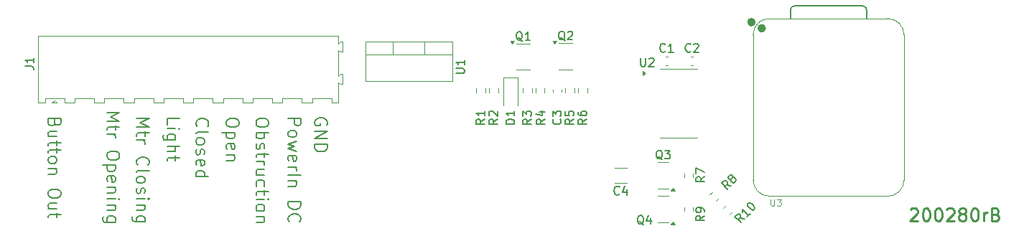
<source format=gbr>
%TF.GenerationSoftware,KiCad,Pcbnew,8.0.3*%
%TF.CreationDate,2025-03-09T15:38:32-04:00*%
%TF.ProjectId,200280rB,32303032-3830-4724-922e-6b696361645f,rev?*%
%TF.SameCoordinates,PX3473bc0PY5f5e100*%
%TF.FileFunction,Legend,Top*%
%TF.FilePolarity,Positive*%
%FSLAX46Y46*%
G04 Gerber Fmt 4.6, Leading zero omitted, Abs format (unit mm)*
G04 Created by KiCad (PCBNEW 8.0.3) date 2025-03-09 15:38:32*
%MOMM*%
%LPD*%
G01*
G04 APERTURE LIST*
%ADD10C,0.200000*%
%ADD11C,0.250000*%
%ADD12C,0.150000*%
%ADD13C,0.106680*%
%ADD14C,0.120000*%
%ADD15C,0.100000*%
%ADD16C,0.127000*%
%ADD17C,0.504000*%
G04 APERTURE END LIST*
D10*
X44322542Y12425565D02*
X44393971Y12568422D01*
X44393971Y12568422D02*
X44393971Y12782708D01*
X44393971Y12782708D02*
X44322542Y12996994D01*
X44322542Y12996994D02*
X44179685Y13139851D01*
X44179685Y13139851D02*
X44036828Y13211280D01*
X44036828Y13211280D02*
X43751114Y13282708D01*
X43751114Y13282708D02*
X43536828Y13282708D01*
X43536828Y13282708D02*
X43251114Y13211280D01*
X43251114Y13211280D02*
X43108257Y13139851D01*
X43108257Y13139851D02*
X42965400Y12996994D01*
X42965400Y12996994D02*
X42893971Y12782708D01*
X42893971Y12782708D02*
X42893971Y12639851D01*
X42893971Y12639851D02*
X42965400Y12425565D01*
X42965400Y12425565D02*
X43036828Y12354137D01*
X43036828Y12354137D02*
X43536828Y12354137D01*
X43536828Y12354137D02*
X43536828Y12639851D01*
X42893971Y11711280D02*
X44393971Y11711280D01*
X44393971Y11711280D02*
X42893971Y10854137D01*
X42893971Y10854137D02*
X44393971Y10854137D01*
X42893971Y10139851D02*
X44393971Y10139851D01*
X44393971Y10139851D02*
X44393971Y9782708D01*
X44393971Y9782708D02*
X44322542Y9568422D01*
X44322542Y9568422D02*
X44179685Y9425565D01*
X44179685Y9425565D02*
X44036828Y9354136D01*
X44036828Y9354136D02*
X43751114Y9282708D01*
X43751114Y9282708D02*
X43536828Y9282708D01*
X43536828Y9282708D02*
X43251114Y9354136D01*
X43251114Y9354136D02*
X43108257Y9425565D01*
X43108257Y9425565D02*
X42965400Y9568422D01*
X42965400Y9568422D02*
X42893971Y9782708D01*
X42893971Y9782708D02*
X42893971Y10139851D01*
X37493971Y12825565D02*
X37493971Y12539851D01*
X37493971Y12539851D02*
X37422542Y12396994D01*
X37422542Y12396994D02*
X37279685Y12254137D01*
X37279685Y12254137D02*
X36993971Y12182708D01*
X36993971Y12182708D02*
X36493971Y12182708D01*
X36493971Y12182708D02*
X36208257Y12254137D01*
X36208257Y12254137D02*
X36065400Y12396994D01*
X36065400Y12396994D02*
X35993971Y12539851D01*
X35993971Y12539851D02*
X35993971Y12825565D01*
X35993971Y12825565D02*
X36065400Y12968422D01*
X36065400Y12968422D02*
X36208257Y13111280D01*
X36208257Y13111280D02*
X36493971Y13182708D01*
X36493971Y13182708D02*
X36993971Y13182708D01*
X36993971Y13182708D02*
X37279685Y13111280D01*
X37279685Y13111280D02*
X37422542Y12968422D01*
X37422542Y12968422D02*
X37493971Y12825565D01*
X35993971Y11539851D02*
X37493971Y11539851D01*
X36922542Y11539851D02*
X36993971Y11396993D01*
X36993971Y11396993D02*
X36993971Y11111279D01*
X36993971Y11111279D02*
X36922542Y10968422D01*
X36922542Y10968422D02*
X36851114Y10896993D01*
X36851114Y10896993D02*
X36708257Y10825565D01*
X36708257Y10825565D02*
X36279685Y10825565D01*
X36279685Y10825565D02*
X36136828Y10896993D01*
X36136828Y10896993D02*
X36065400Y10968422D01*
X36065400Y10968422D02*
X35993971Y11111279D01*
X35993971Y11111279D02*
X35993971Y11396993D01*
X35993971Y11396993D02*
X36065400Y11539851D01*
X36065400Y10254136D02*
X35993971Y10111279D01*
X35993971Y10111279D02*
X35993971Y9825565D01*
X35993971Y9825565D02*
X36065400Y9682708D01*
X36065400Y9682708D02*
X36208257Y9611279D01*
X36208257Y9611279D02*
X36279685Y9611279D01*
X36279685Y9611279D02*
X36422542Y9682708D01*
X36422542Y9682708D02*
X36493971Y9825565D01*
X36493971Y9825565D02*
X36493971Y10039850D01*
X36493971Y10039850D02*
X36565400Y10182708D01*
X36565400Y10182708D02*
X36708257Y10254136D01*
X36708257Y10254136D02*
X36779685Y10254136D01*
X36779685Y10254136D02*
X36922542Y10182708D01*
X36922542Y10182708D02*
X36993971Y10039850D01*
X36993971Y10039850D02*
X36993971Y9825565D01*
X36993971Y9825565D02*
X36922542Y9682708D01*
X36993971Y9182707D02*
X36993971Y8611279D01*
X37493971Y8968422D02*
X36208257Y8968422D01*
X36208257Y8968422D02*
X36065400Y8896993D01*
X36065400Y8896993D02*
X35993971Y8754136D01*
X35993971Y8754136D02*
X35993971Y8611279D01*
X35993971Y8111279D02*
X36993971Y8111279D01*
X36708257Y8111279D02*
X36851114Y8039850D01*
X36851114Y8039850D02*
X36922542Y7968421D01*
X36922542Y7968421D02*
X36993971Y7825564D01*
X36993971Y7825564D02*
X36993971Y7682707D01*
X36993971Y6539850D02*
X35993971Y6539850D01*
X36993971Y7182708D02*
X36208257Y7182708D01*
X36208257Y7182708D02*
X36065400Y7111279D01*
X36065400Y7111279D02*
X35993971Y6968422D01*
X35993971Y6968422D02*
X35993971Y6754136D01*
X35993971Y6754136D02*
X36065400Y6611279D01*
X36065400Y6611279D02*
X36136828Y6539850D01*
X36065400Y5182707D02*
X35993971Y5325565D01*
X35993971Y5325565D02*
X35993971Y5611279D01*
X35993971Y5611279D02*
X36065400Y5754136D01*
X36065400Y5754136D02*
X36136828Y5825565D01*
X36136828Y5825565D02*
X36279685Y5896993D01*
X36279685Y5896993D02*
X36708257Y5896993D01*
X36708257Y5896993D02*
X36851114Y5825565D01*
X36851114Y5825565D02*
X36922542Y5754136D01*
X36922542Y5754136D02*
X36993971Y5611279D01*
X36993971Y5611279D02*
X36993971Y5325565D01*
X36993971Y5325565D02*
X36922542Y5182707D01*
X36993971Y4754136D02*
X36993971Y4182708D01*
X37493971Y4539851D02*
X36208257Y4539851D01*
X36208257Y4539851D02*
X36065400Y4468422D01*
X36065400Y4468422D02*
X35993971Y4325565D01*
X35993971Y4325565D02*
X35993971Y4182708D01*
X35993971Y3682708D02*
X36993971Y3682708D01*
X37493971Y3682708D02*
X37422542Y3754136D01*
X37422542Y3754136D02*
X37351114Y3682708D01*
X37351114Y3682708D02*
X37422542Y3611279D01*
X37422542Y3611279D02*
X37493971Y3682708D01*
X37493971Y3682708D02*
X37351114Y3682708D01*
X35993971Y2754136D02*
X36065400Y2896993D01*
X36065400Y2896993D02*
X36136828Y2968422D01*
X36136828Y2968422D02*
X36279685Y3039850D01*
X36279685Y3039850D02*
X36708257Y3039850D01*
X36708257Y3039850D02*
X36851114Y2968422D01*
X36851114Y2968422D02*
X36922542Y2896993D01*
X36922542Y2896993D02*
X36993971Y2754136D01*
X36993971Y2754136D02*
X36993971Y2539850D01*
X36993971Y2539850D02*
X36922542Y2396993D01*
X36922542Y2396993D02*
X36851114Y2325564D01*
X36851114Y2325564D02*
X36708257Y2254136D01*
X36708257Y2254136D02*
X36279685Y2254136D01*
X36279685Y2254136D02*
X36136828Y2325564D01*
X36136828Y2325564D02*
X36065400Y2396993D01*
X36065400Y2396993D02*
X35993971Y2539850D01*
X35993971Y2539850D02*
X35993971Y2754136D01*
X36993971Y1611279D02*
X35993971Y1611279D01*
X36851114Y1611279D02*
X36922542Y1539850D01*
X36922542Y1539850D02*
X36993971Y1396993D01*
X36993971Y1396993D02*
X36993971Y1182707D01*
X36993971Y1182707D02*
X36922542Y1039850D01*
X36922542Y1039850D02*
X36779685Y968421D01*
X36779685Y968421D02*
X35993971Y968421D01*
X39793971Y13211280D02*
X41293971Y13211280D01*
X41293971Y13211280D02*
X41293971Y12639851D01*
X41293971Y12639851D02*
X41222542Y12496994D01*
X41222542Y12496994D02*
X41151114Y12425565D01*
X41151114Y12425565D02*
X41008257Y12354137D01*
X41008257Y12354137D02*
X40793971Y12354137D01*
X40793971Y12354137D02*
X40651114Y12425565D01*
X40651114Y12425565D02*
X40579685Y12496994D01*
X40579685Y12496994D02*
X40508257Y12639851D01*
X40508257Y12639851D02*
X40508257Y13211280D01*
X39793971Y11496994D02*
X39865400Y11639851D01*
X39865400Y11639851D02*
X39936828Y11711280D01*
X39936828Y11711280D02*
X40079685Y11782708D01*
X40079685Y11782708D02*
X40508257Y11782708D01*
X40508257Y11782708D02*
X40651114Y11711280D01*
X40651114Y11711280D02*
X40722542Y11639851D01*
X40722542Y11639851D02*
X40793971Y11496994D01*
X40793971Y11496994D02*
X40793971Y11282708D01*
X40793971Y11282708D02*
X40722542Y11139851D01*
X40722542Y11139851D02*
X40651114Y11068422D01*
X40651114Y11068422D02*
X40508257Y10996994D01*
X40508257Y10996994D02*
X40079685Y10996994D01*
X40079685Y10996994D02*
X39936828Y11068422D01*
X39936828Y11068422D02*
X39865400Y11139851D01*
X39865400Y11139851D02*
X39793971Y11282708D01*
X39793971Y11282708D02*
X39793971Y11496994D01*
X40793971Y10496994D02*
X39793971Y10211279D01*
X39793971Y10211279D02*
X40508257Y9925565D01*
X40508257Y9925565D02*
X39793971Y9639851D01*
X39793971Y9639851D02*
X40793971Y9354137D01*
X39865400Y8211279D02*
X39793971Y8354136D01*
X39793971Y8354136D02*
X39793971Y8639850D01*
X39793971Y8639850D02*
X39865400Y8782708D01*
X39865400Y8782708D02*
X40008257Y8854136D01*
X40008257Y8854136D02*
X40579685Y8854136D01*
X40579685Y8854136D02*
X40722542Y8782708D01*
X40722542Y8782708D02*
X40793971Y8639850D01*
X40793971Y8639850D02*
X40793971Y8354136D01*
X40793971Y8354136D02*
X40722542Y8211279D01*
X40722542Y8211279D02*
X40579685Y8139850D01*
X40579685Y8139850D02*
X40436828Y8139850D01*
X40436828Y8139850D02*
X40293971Y8854136D01*
X39793971Y7496994D02*
X40793971Y7496994D01*
X40508257Y7496994D02*
X40651114Y7425565D01*
X40651114Y7425565D02*
X40722542Y7354136D01*
X40722542Y7354136D02*
X40793971Y7211279D01*
X40793971Y7211279D02*
X40793971Y7068422D01*
X39793971Y6568423D02*
X41293971Y6568423D01*
X40793971Y5854137D02*
X39793971Y5854137D01*
X40651114Y5854137D02*
X40722542Y5782708D01*
X40722542Y5782708D02*
X40793971Y5639851D01*
X40793971Y5639851D02*
X40793971Y5425565D01*
X40793971Y5425565D02*
X40722542Y5282708D01*
X40722542Y5282708D02*
X40579685Y5211279D01*
X40579685Y5211279D02*
X39793971Y5211279D01*
X39793971Y3354137D02*
X41293971Y3354137D01*
X41293971Y3354137D02*
X41293971Y2996994D01*
X41293971Y2996994D02*
X41222542Y2782708D01*
X41222542Y2782708D02*
X41079685Y2639851D01*
X41079685Y2639851D02*
X40936828Y2568422D01*
X40936828Y2568422D02*
X40651114Y2496994D01*
X40651114Y2496994D02*
X40436828Y2496994D01*
X40436828Y2496994D02*
X40151114Y2568422D01*
X40151114Y2568422D02*
X40008257Y2639851D01*
X40008257Y2639851D02*
X39865400Y2782708D01*
X39865400Y2782708D02*
X39793971Y2996994D01*
X39793971Y2996994D02*
X39793971Y3354137D01*
X39936828Y996994D02*
X39865400Y1068422D01*
X39865400Y1068422D02*
X39793971Y1282708D01*
X39793971Y1282708D02*
X39793971Y1425565D01*
X39793971Y1425565D02*
X39865400Y1639851D01*
X39865400Y1639851D02*
X40008257Y1782708D01*
X40008257Y1782708D02*
X40151114Y1854137D01*
X40151114Y1854137D02*
X40436828Y1925565D01*
X40436828Y1925565D02*
X40651114Y1925565D01*
X40651114Y1925565D02*
X40936828Y1854137D01*
X40936828Y1854137D02*
X41079685Y1782708D01*
X41079685Y1782708D02*
X41222542Y1639851D01*
X41222542Y1639851D02*
X41293971Y1425565D01*
X41293971Y1425565D02*
X41293971Y1282708D01*
X41293971Y1282708D02*
X41222542Y1068422D01*
X41222542Y1068422D02*
X41151114Y996994D01*
X25493971Y12496994D02*
X25493971Y13211280D01*
X25493971Y13211280D02*
X26993971Y13211280D01*
X25493971Y11996994D02*
X26493971Y11996994D01*
X26993971Y11996994D02*
X26922542Y12068422D01*
X26922542Y12068422D02*
X26851114Y11996994D01*
X26851114Y11996994D02*
X26922542Y11925565D01*
X26922542Y11925565D02*
X26993971Y11996994D01*
X26993971Y11996994D02*
X26851114Y11996994D01*
X26493971Y10639850D02*
X25279685Y10639850D01*
X25279685Y10639850D02*
X25136828Y10711279D01*
X25136828Y10711279D02*
X25065400Y10782708D01*
X25065400Y10782708D02*
X24993971Y10925565D01*
X24993971Y10925565D02*
X24993971Y11139850D01*
X24993971Y11139850D02*
X25065400Y11282708D01*
X25565400Y10639850D02*
X25493971Y10782708D01*
X25493971Y10782708D02*
X25493971Y11068422D01*
X25493971Y11068422D02*
X25565400Y11211279D01*
X25565400Y11211279D02*
X25636828Y11282708D01*
X25636828Y11282708D02*
X25779685Y11354136D01*
X25779685Y11354136D02*
X26208257Y11354136D01*
X26208257Y11354136D02*
X26351114Y11282708D01*
X26351114Y11282708D02*
X26422542Y11211279D01*
X26422542Y11211279D02*
X26493971Y11068422D01*
X26493971Y11068422D02*
X26493971Y10782708D01*
X26493971Y10782708D02*
X26422542Y10639850D01*
X25493971Y9925565D02*
X26993971Y9925565D01*
X25493971Y9282707D02*
X26279685Y9282707D01*
X26279685Y9282707D02*
X26422542Y9354136D01*
X26422542Y9354136D02*
X26493971Y9496993D01*
X26493971Y9496993D02*
X26493971Y9711279D01*
X26493971Y9711279D02*
X26422542Y9854136D01*
X26422542Y9854136D02*
X26351114Y9925565D01*
X26493971Y8782707D02*
X26493971Y8211279D01*
X26993971Y8568422D02*
X25708257Y8568422D01*
X25708257Y8568422D02*
X25565400Y8496993D01*
X25565400Y8496993D02*
X25493971Y8354136D01*
X25493971Y8354136D02*
X25493971Y8211279D01*
X12279685Y12711280D02*
X12208257Y12496994D01*
X12208257Y12496994D02*
X12136828Y12425565D01*
X12136828Y12425565D02*
X11993971Y12354137D01*
X11993971Y12354137D02*
X11779685Y12354137D01*
X11779685Y12354137D02*
X11636828Y12425565D01*
X11636828Y12425565D02*
X11565400Y12496994D01*
X11565400Y12496994D02*
X11493971Y12639851D01*
X11493971Y12639851D02*
X11493971Y13211280D01*
X11493971Y13211280D02*
X12993971Y13211280D01*
X12993971Y13211280D02*
X12993971Y12711280D01*
X12993971Y12711280D02*
X12922542Y12568422D01*
X12922542Y12568422D02*
X12851114Y12496994D01*
X12851114Y12496994D02*
X12708257Y12425565D01*
X12708257Y12425565D02*
X12565400Y12425565D01*
X12565400Y12425565D02*
X12422542Y12496994D01*
X12422542Y12496994D02*
X12351114Y12568422D01*
X12351114Y12568422D02*
X12279685Y12711280D01*
X12279685Y12711280D02*
X12279685Y13211280D01*
X12493971Y11068422D02*
X11493971Y11068422D01*
X12493971Y11711280D02*
X11708257Y11711280D01*
X11708257Y11711280D02*
X11565400Y11639851D01*
X11565400Y11639851D02*
X11493971Y11496994D01*
X11493971Y11496994D02*
X11493971Y11282708D01*
X11493971Y11282708D02*
X11565400Y11139851D01*
X11565400Y11139851D02*
X11636828Y11068422D01*
X12493971Y10568422D02*
X12493971Y9996994D01*
X12993971Y10354137D02*
X11708257Y10354137D01*
X11708257Y10354137D02*
X11565400Y10282708D01*
X11565400Y10282708D02*
X11493971Y10139851D01*
X11493971Y10139851D02*
X11493971Y9996994D01*
X12493971Y9711279D02*
X12493971Y9139851D01*
X12993971Y9496994D02*
X11708257Y9496994D01*
X11708257Y9496994D02*
X11565400Y9425565D01*
X11565400Y9425565D02*
X11493971Y9282708D01*
X11493971Y9282708D02*
X11493971Y9139851D01*
X11493971Y8425565D02*
X11565400Y8568422D01*
X11565400Y8568422D02*
X11636828Y8639851D01*
X11636828Y8639851D02*
X11779685Y8711279D01*
X11779685Y8711279D02*
X12208257Y8711279D01*
X12208257Y8711279D02*
X12351114Y8639851D01*
X12351114Y8639851D02*
X12422542Y8568422D01*
X12422542Y8568422D02*
X12493971Y8425565D01*
X12493971Y8425565D02*
X12493971Y8211279D01*
X12493971Y8211279D02*
X12422542Y8068422D01*
X12422542Y8068422D02*
X12351114Y7996993D01*
X12351114Y7996993D02*
X12208257Y7925565D01*
X12208257Y7925565D02*
X11779685Y7925565D01*
X11779685Y7925565D02*
X11636828Y7996993D01*
X11636828Y7996993D02*
X11565400Y8068422D01*
X11565400Y8068422D02*
X11493971Y8211279D01*
X11493971Y8211279D02*
X11493971Y8425565D01*
X12493971Y7282708D02*
X11493971Y7282708D01*
X12351114Y7282708D02*
X12422542Y7211279D01*
X12422542Y7211279D02*
X12493971Y7068422D01*
X12493971Y7068422D02*
X12493971Y6854136D01*
X12493971Y6854136D02*
X12422542Y6711279D01*
X12422542Y6711279D02*
X12279685Y6639850D01*
X12279685Y6639850D02*
X11493971Y6639850D01*
X12993971Y4496993D02*
X12993971Y4211279D01*
X12993971Y4211279D02*
X12922542Y4068422D01*
X12922542Y4068422D02*
X12779685Y3925565D01*
X12779685Y3925565D02*
X12493971Y3854136D01*
X12493971Y3854136D02*
X11993971Y3854136D01*
X11993971Y3854136D02*
X11708257Y3925565D01*
X11708257Y3925565D02*
X11565400Y4068422D01*
X11565400Y4068422D02*
X11493971Y4211279D01*
X11493971Y4211279D02*
X11493971Y4496993D01*
X11493971Y4496993D02*
X11565400Y4639850D01*
X11565400Y4639850D02*
X11708257Y4782708D01*
X11708257Y4782708D02*
X11993971Y4854136D01*
X11993971Y4854136D02*
X12493971Y4854136D01*
X12493971Y4854136D02*
X12779685Y4782708D01*
X12779685Y4782708D02*
X12922542Y4639850D01*
X12922542Y4639850D02*
X12993971Y4496993D01*
X12493971Y2568421D02*
X11493971Y2568421D01*
X12493971Y3211279D02*
X11708257Y3211279D01*
X11708257Y3211279D02*
X11565400Y3139850D01*
X11565400Y3139850D02*
X11493971Y2996993D01*
X11493971Y2996993D02*
X11493971Y2782707D01*
X11493971Y2782707D02*
X11565400Y2639850D01*
X11565400Y2639850D02*
X11636828Y2568421D01*
X12493971Y2068421D02*
X12493971Y1496993D01*
X12993971Y1854136D02*
X11708257Y1854136D01*
X11708257Y1854136D02*
X11565400Y1782707D01*
X11565400Y1782707D02*
X11493971Y1639850D01*
X11493971Y1639850D02*
X11493971Y1496993D01*
X18393971Y13911280D02*
X19893971Y13911280D01*
X19893971Y13911280D02*
X18822542Y13411280D01*
X18822542Y13411280D02*
X19893971Y12911280D01*
X19893971Y12911280D02*
X18393971Y12911280D01*
X19393971Y12411279D02*
X19393971Y11839851D01*
X19893971Y12196994D02*
X18608257Y12196994D01*
X18608257Y12196994D02*
X18465400Y12125565D01*
X18465400Y12125565D02*
X18393971Y11982708D01*
X18393971Y11982708D02*
X18393971Y11839851D01*
X18393971Y11339851D02*
X19393971Y11339851D01*
X19108257Y11339851D02*
X19251114Y11268422D01*
X19251114Y11268422D02*
X19322542Y11196993D01*
X19322542Y11196993D02*
X19393971Y11054136D01*
X19393971Y11054136D02*
X19393971Y10911279D01*
X19893971Y8982708D02*
X19893971Y8696994D01*
X19893971Y8696994D02*
X19822542Y8554137D01*
X19822542Y8554137D02*
X19679685Y8411280D01*
X19679685Y8411280D02*
X19393971Y8339851D01*
X19393971Y8339851D02*
X18893971Y8339851D01*
X18893971Y8339851D02*
X18608257Y8411280D01*
X18608257Y8411280D02*
X18465400Y8554137D01*
X18465400Y8554137D02*
X18393971Y8696994D01*
X18393971Y8696994D02*
X18393971Y8982708D01*
X18393971Y8982708D02*
X18465400Y9125565D01*
X18465400Y9125565D02*
X18608257Y9268423D01*
X18608257Y9268423D02*
X18893971Y9339851D01*
X18893971Y9339851D02*
X19393971Y9339851D01*
X19393971Y9339851D02*
X19679685Y9268423D01*
X19679685Y9268423D02*
X19822542Y9125565D01*
X19822542Y9125565D02*
X19893971Y8982708D01*
X19393971Y7696994D02*
X17893971Y7696994D01*
X19322542Y7696994D02*
X19393971Y7554136D01*
X19393971Y7554136D02*
X19393971Y7268422D01*
X19393971Y7268422D02*
X19322542Y7125565D01*
X19322542Y7125565D02*
X19251114Y7054136D01*
X19251114Y7054136D02*
X19108257Y6982708D01*
X19108257Y6982708D02*
X18679685Y6982708D01*
X18679685Y6982708D02*
X18536828Y7054136D01*
X18536828Y7054136D02*
X18465400Y7125565D01*
X18465400Y7125565D02*
X18393971Y7268422D01*
X18393971Y7268422D02*
X18393971Y7554136D01*
X18393971Y7554136D02*
X18465400Y7696994D01*
X18465400Y5768422D02*
X18393971Y5911279D01*
X18393971Y5911279D02*
X18393971Y6196993D01*
X18393971Y6196993D02*
X18465400Y6339851D01*
X18465400Y6339851D02*
X18608257Y6411279D01*
X18608257Y6411279D02*
X19179685Y6411279D01*
X19179685Y6411279D02*
X19322542Y6339851D01*
X19322542Y6339851D02*
X19393971Y6196993D01*
X19393971Y6196993D02*
X19393971Y5911279D01*
X19393971Y5911279D02*
X19322542Y5768422D01*
X19322542Y5768422D02*
X19179685Y5696993D01*
X19179685Y5696993D02*
X19036828Y5696993D01*
X19036828Y5696993D02*
X18893971Y6411279D01*
X19393971Y5054137D02*
X18393971Y5054137D01*
X19251114Y5054137D02*
X19322542Y4982708D01*
X19322542Y4982708D02*
X19393971Y4839851D01*
X19393971Y4839851D02*
X19393971Y4625565D01*
X19393971Y4625565D02*
X19322542Y4482708D01*
X19322542Y4482708D02*
X19179685Y4411279D01*
X19179685Y4411279D02*
X18393971Y4411279D01*
X18393971Y3696994D02*
X19393971Y3696994D01*
X19893971Y3696994D02*
X19822542Y3768422D01*
X19822542Y3768422D02*
X19751114Y3696994D01*
X19751114Y3696994D02*
X19822542Y3625565D01*
X19822542Y3625565D02*
X19893971Y3696994D01*
X19893971Y3696994D02*
X19751114Y3696994D01*
X19393971Y2982708D02*
X18393971Y2982708D01*
X19251114Y2982708D02*
X19322542Y2911279D01*
X19322542Y2911279D02*
X19393971Y2768422D01*
X19393971Y2768422D02*
X19393971Y2554136D01*
X19393971Y2554136D02*
X19322542Y2411279D01*
X19322542Y2411279D02*
X19179685Y2339850D01*
X19179685Y2339850D02*
X18393971Y2339850D01*
X19393971Y982707D02*
X18179685Y982707D01*
X18179685Y982707D02*
X18036828Y1054136D01*
X18036828Y1054136D02*
X17965400Y1125565D01*
X17965400Y1125565D02*
X17893971Y1268422D01*
X17893971Y1268422D02*
X17893971Y1482707D01*
X17893971Y1482707D02*
X17965400Y1625565D01*
X18465400Y982707D02*
X18393971Y1125565D01*
X18393971Y1125565D02*
X18393971Y1411279D01*
X18393971Y1411279D02*
X18465400Y1554136D01*
X18465400Y1554136D02*
X18536828Y1625565D01*
X18536828Y1625565D02*
X18679685Y1696993D01*
X18679685Y1696993D02*
X19108257Y1696993D01*
X19108257Y1696993D02*
X19251114Y1625565D01*
X19251114Y1625565D02*
X19322542Y1554136D01*
X19322542Y1554136D02*
X19393971Y1411279D01*
X19393971Y1411279D02*
X19393971Y1125565D01*
X19393971Y1125565D02*
X19322542Y982707D01*
X21893971Y13211280D02*
X23393971Y13211280D01*
X23393971Y13211280D02*
X22322542Y12711280D01*
X22322542Y12711280D02*
X23393971Y12211280D01*
X23393971Y12211280D02*
X21893971Y12211280D01*
X22893971Y11711279D02*
X22893971Y11139851D01*
X23393971Y11496994D02*
X22108257Y11496994D01*
X22108257Y11496994D02*
X21965400Y11425565D01*
X21965400Y11425565D02*
X21893971Y11282708D01*
X21893971Y11282708D02*
X21893971Y11139851D01*
X21893971Y10639851D02*
X22893971Y10639851D01*
X22608257Y10639851D02*
X22751114Y10568422D01*
X22751114Y10568422D02*
X22822542Y10496993D01*
X22822542Y10496993D02*
X22893971Y10354136D01*
X22893971Y10354136D02*
X22893971Y10211279D01*
X22036828Y7711280D02*
X21965400Y7782708D01*
X21965400Y7782708D02*
X21893971Y7996994D01*
X21893971Y7996994D02*
X21893971Y8139851D01*
X21893971Y8139851D02*
X21965400Y8354137D01*
X21965400Y8354137D02*
X22108257Y8496994D01*
X22108257Y8496994D02*
X22251114Y8568423D01*
X22251114Y8568423D02*
X22536828Y8639851D01*
X22536828Y8639851D02*
X22751114Y8639851D01*
X22751114Y8639851D02*
X23036828Y8568423D01*
X23036828Y8568423D02*
X23179685Y8496994D01*
X23179685Y8496994D02*
X23322542Y8354137D01*
X23322542Y8354137D02*
X23393971Y8139851D01*
X23393971Y8139851D02*
X23393971Y7996994D01*
X23393971Y7996994D02*
X23322542Y7782708D01*
X23322542Y7782708D02*
X23251114Y7711280D01*
X21893971Y6854137D02*
X21965400Y6996994D01*
X21965400Y6996994D02*
X22108257Y7068423D01*
X22108257Y7068423D02*
X23393971Y7068423D01*
X21893971Y6068423D02*
X21965400Y6211280D01*
X21965400Y6211280D02*
X22036828Y6282709D01*
X22036828Y6282709D02*
X22179685Y6354137D01*
X22179685Y6354137D02*
X22608257Y6354137D01*
X22608257Y6354137D02*
X22751114Y6282709D01*
X22751114Y6282709D02*
X22822542Y6211280D01*
X22822542Y6211280D02*
X22893971Y6068423D01*
X22893971Y6068423D02*
X22893971Y5854137D01*
X22893971Y5854137D02*
X22822542Y5711280D01*
X22822542Y5711280D02*
X22751114Y5639851D01*
X22751114Y5639851D02*
X22608257Y5568423D01*
X22608257Y5568423D02*
X22179685Y5568423D01*
X22179685Y5568423D02*
X22036828Y5639851D01*
X22036828Y5639851D02*
X21965400Y5711280D01*
X21965400Y5711280D02*
X21893971Y5854137D01*
X21893971Y5854137D02*
X21893971Y6068423D01*
X21965400Y4996994D02*
X21893971Y4854137D01*
X21893971Y4854137D02*
X21893971Y4568423D01*
X21893971Y4568423D02*
X21965400Y4425566D01*
X21965400Y4425566D02*
X22108257Y4354137D01*
X22108257Y4354137D02*
X22179685Y4354137D01*
X22179685Y4354137D02*
X22322542Y4425566D01*
X22322542Y4425566D02*
X22393971Y4568423D01*
X22393971Y4568423D02*
X22393971Y4782708D01*
X22393971Y4782708D02*
X22465400Y4925566D01*
X22465400Y4925566D02*
X22608257Y4996994D01*
X22608257Y4996994D02*
X22679685Y4996994D01*
X22679685Y4996994D02*
X22822542Y4925566D01*
X22822542Y4925566D02*
X22893971Y4782708D01*
X22893971Y4782708D02*
X22893971Y4568423D01*
X22893971Y4568423D02*
X22822542Y4425566D01*
X21893971Y3711280D02*
X22893971Y3711280D01*
X23393971Y3711280D02*
X23322542Y3782708D01*
X23322542Y3782708D02*
X23251114Y3711280D01*
X23251114Y3711280D02*
X23322542Y3639851D01*
X23322542Y3639851D02*
X23393971Y3711280D01*
X23393971Y3711280D02*
X23251114Y3711280D01*
X22893971Y2996994D02*
X21893971Y2996994D01*
X22751114Y2996994D02*
X22822542Y2925565D01*
X22822542Y2925565D02*
X22893971Y2782708D01*
X22893971Y2782708D02*
X22893971Y2568422D01*
X22893971Y2568422D02*
X22822542Y2425565D01*
X22822542Y2425565D02*
X22679685Y2354136D01*
X22679685Y2354136D02*
X21893971Y2354136D01*
X22893971Y996993D02*
X21679685Y996993D01*
X21679685Y996993D02*
X21536828Y1068422D01*
X21536828Y1068422D02*
X21465400Y1139851D01*
X21465400Y1139851D02*
X21393971Y1282708D01*
X21393971Y1282708D02*
X21393971Y1496993D01*
X21393971Y1496993D02*
X21465400Y1639851D01*
X21965400Y996993D02*
X21893971Y1139851D01*
X21893971Y1139851D02*
X21893971Y1425565D01*
X21893971Y1425565D02*
X21965400Y1568422D01*
X21965400Y1568422D02*
X22036828Y1639851D01*
X22036828Y1639851D02*
X22179685Y1711279D01*
X22179685Y1711279D02*
X22608257Y1711279D01*
X22608257Y1711279D02*
X22751114Y1639851D01*
X22751114Y1639851D02*
X22822542Y1568422D01*
X22822542Y1568422D02*
X22893971Y1425565D01*
X22893971Y1425565D02*
X22893971Y1139851D01*
X22893971Y1139851D02*
X22822542Y996993D01*
D11*
X113150187Y2453715D02*
X113221615Y2525143D01*
X113221615Y2525143D02*
X113364473Y2596572D01*
X113364473Y2596572D02*
X113721615Y2596572D01*
X113721615Y2596572D02*
X113864473Y2525143D01*
X113864473Y2525143D02*
X113935901Y2453715D01*
X113935901Y2453715D02*
X114007330Y2310858D01*
X114007330Y2310858D02*
X114007330Y2168000D01*
X114007330Y2168000D02*
X113935901Y1953715D01*
X113935901Y1953715D02*
X113078758Y1096572D01*
X113078758Y1096572D02*
X114007330Y1096572D01*
X114935901Y2596572D02*
X115078758Y2596572D01*
X115078758Y2596572D02*
X115221615Y2525143D01*
X115221615Y2525143D02*
X115293044Y2453715D01*
X115293044Y2453715D02*
X115364472Y2310858D01*
X115364472Y2310858D02*
X115435901Y2025143D01*
X115435901Y2025143D02*
X115435901Y1668000D01*
X115435901Y1668000D02*
X115364472Y1382286D01*
X115364472Y1382286D02*
X115293044Y1239429D01*
X115293044Y1239429D02*
X115221615Y1168000D01*
X115221615Y1168000D02*
X115078758Y1096572D01*
X115078758Y1096572D02*
X114935901Y1096572D01*
X114935901Y1096572D02*
X114793044Y1168000D01*
X114793044Y1168000D02*
X114721615Y1239429D01*
X114721615Y1239429D02*
X114650186Y1382286D01*
X114650186Y1382286D02*
X114578758Y1668000D01*
X114578758Y1668000D02*
X114578758Y2025143D01*
X114578758Y2025143D02*
X114650186Y2310858D01*
X114650186Y2310858D02*
X114721615Y2453715D01*
X114721615Y2453715D02*
X114793044Y2525143D01*
X114793044Y2525143D02*
X114935901Y2596572D01*
X116364472Y2596572D02*
X116507329Y2596572D01*
X116507329Y2596572D02*
X116650186Y2525143D01*
X116650186Y2525143D02*
X116721615Y2453715D01*
X116721615Y2453715D02*
X116793043Y2310858D01*
X116793043Y2310858D02*
X116864472Y2025143D01*
X116864472Y2025143D02*
X116864472Y1668000D01*
X116864472Y1668000D02*
X116793043Y1382286D01*
X116793043Y1382286D02*
X116721615Y1239429D01*
X116721615Y1239429D02*
X116650186Y1168000D01*
X116650186Y1168000D02*
X116507329Y1096572D01*
X116507329Y1096572D02*
X116364472Y1096572D01*
X116364472Y1096572D02*
X116221615Y1168000D01*
X116221615Y1168000D02*
X116150186Y1239429D01*
X116150186Y1239429D02*
X116078757Y1382286D01*
X116078757Y1382286D02*
X116007329Y1668000D01*
X116007329Y1668000D02*
X116007329Y2025143D01*
X116007329Y2025143D02*
X116078757Y2310858D01*
X116078757Y2310858D02*
X116150186Y2453715D01*
X116150186Y2453715D02*
X116221615Y2525143D01*
X116221615Y2525143D02*
X116364472Y2596572D01*
X117435900Y2453715D02*
X117507328Y2525143D01*
X117507328Y2525143D02*
X117650186Y2596572D01*
X117650186Y2596572D02*
X118007328Y2596572D01*
X118007328Y2596572D02*
X118150186Y2525143D01*
X118150186Y2525143D02*
X118221614Y2453715D01*
X118221614Y2453715D02*
X118293043Y2310858D01*
X118293043Y2310858D02*
X118293043Y2168000D01*
X118293043Y2168000D02*
X118221614Y1953715D01*
X118221614Y1953715D02*
X117364471Y1096572D01*
X117364471Y1096572D02*
X118293043Y1096572D01*
X119150185Y1953715D02*
X119007328Y2025143D01*
X119007328Y2025143D02*
X118935899Y2096572D01*
X118935899Y2096572D02*
X118864471Y2239429D01*
X118864471Y2239429D02*
X118864471Y2310858D01*
X118864471Y2310858D02*
X118935899Y2453715D01*
X118935899Y2453715D02*
X119007328Y2525143D01*
X119007328Y2525143D02*
X119150185Y2596572D01*
X119150185Y2596572D02*
X119435899Y2596572D01*
X119435899Y2596572D02*
X119578757Y2525143D01*
X119578757Y2525143D02*
X119650185Y2453715D01*
X119650185Y2453715D02*
X119721614Y2310858D01*
X119721614Y2310858D02*
X119721614Y2239429D01*
X119721614Y2239429D02*
X119650185Y2096572D01*
X119650185Y2096572D02*
X119578757Y2025143D01*
X119578757Y2025143D02*
X119435899Y1953715D01*
X119435899Y1953715D02*
X119150185Y1953715D01*
X119150185Y1953715D02*
X119007328Y1882286D01*
X119007328Y1882286D02*
X118935899Y1810858D01*
X118935899Y1810858D02*
X118864471Y1668000D01*
X118864471Y1668000D02*
X118864471Y1382286D01*
X118864471Y1382286D02*
X118935899Y1239429D01*
X118935899Y1239429D02*
X119007328Y1168000D01*
X119007328Y1168000D02*
X119150185Y1096572D01*
X119150185Y1096572D02*
X119435899Y1096572D01*
X119435899Y1096572D02*
X119578757Y1168000D01*
X119578757Y1168000D02*
X119650185Y1239429D01*
X119650185Y1239429D02*
X119721614Y1382286D01*
X119721614Y1382286D02*
X119721614Y1668000D01*
X119721614Y1668000D02*
X119650185Y1810858D01*
X119650185Y1810858D02*
X119578757Y1882286D01*
X119578757Y1882286D02*
X119435899Y1953715D01*
X120650185Y2596572D02*
X120793042Y2596572D01*
X120793042Y2596572D02*
X120935899Y2525143D01*
X120935899Y2525143D02*
X121007328Y2453715D01*
X121007328Y2453715D02*
X121078756Y2310858D01*
X121078756Y2310858D02*
X121150185Y2025143D01*
X121150185Y2025143D02*
X121150185Y1668000D01*
X121150185Y1668000D02*
X121078756Y1382286D01*
X121078756Y1382286D02*
X121007328Y1239429D01*
X121007328Y1239429D02*
X120935899Y1168000D01*
X120935899Y1168000D02*
X120793042Y1096572D01*
X120793042Y1096572D02*
X120650185Y1096572D01*
X120650185Y1096572D02*
X120507328Y1168000D01*
X120507328Y1168000D02*
X120435899Y1239429D01*
X120435899Y1239429D02*
X120364470Y1382286D01*
X120364470Y1382286D02*
X120293042Y1668000D01*
X120293042Y1668000D02*
X120293042Y2025143D01*
X120293042Y2025143D02*
X120364470Y2310858D01*
X120364470Y2310858D02*
X120435899Y2453715D01*
X120435899Y2453715D02*
X120507328Y2525143D01*
X120507328Y2525143D02*
X120650185Y2596572D01*
X121793041Y1096572D02*
X121793041Y2096572D01*
X121793041Y1810858D02*
X121864470Y1953715D01*
X121864470Y1953715D02*
X121935899Y2025143D01*
X121935899Y2025143D02*
X122078756Y2096572D01*
X122078756Y2096572D02*
X122221613Y2096572D01*
X123221612Y1882286D02*
X123435898Y1810858D01*
X123435898Y1810858D02*
X123507327Y1739429D01*
X123507327Y1739429D02*
X123578755Y1596572D01*
X123578755Y1596572D02*
X123578755Y1382286D01*
X123578755Y1382286D02*
X123507327Y1239429D01*
X123507327Y1239429D02*
X123435898Y1168000D01*
X123435898Y1168000D02*
X123293041Y1096572D01*
X123293041Y1096572D02*
X122721612Y1096572D01*
X122721612Y1096572D02*
X122721612Y2596572D01*
X122721612Y2596572D02*
X123221612Y2596572D01*
X123221612Y2596572D02*
X123364470Y2525143D01*
X123364470Y2525143D02*
X123435898Y2453715D01*
X123435898Y2453715D02*
X123507327Y2310858D01*
X123507327Y2310858D02*
X123507327Y2168000D01*
X123507327Y2168000D02*
X123435898Y2025143D01*
X123435898Y2025143D02*
X123364470Y1953715D01*
X123364470Y1953715D02*
X123221612Y1882286D01*
X123221612Y1882286D02*
X122721612Y1882286D01*
D10*
X29036828Y12254137D02*
X28965400Y12325565D01*
X28965400Y12325565D02*
X28893971Y12539851D01*
X28893971Y12539851D02*
X28893971Y12682708D01*
X28893971Y12682708D02*
X28965400Y12896994D01*
X28965400Y12896994D02*
X29108257Y13039851D01*
X29108257Y13039851D02*
X29251114Y13111280D01*
X29251114Y13111280D02*
X29536828Y13182708D01*
X29536828Y13182708D02*
X29751114Y13182708D01*
X29751114Y13182708D02*
X30036828Y13111280D01*
X30036828Y13111280D02*
X30179685Y13039851D01*
X30179685Y13039851D02*
X30322542Y12896994D01*
X30322542Y12896994D02*
X30393971Y12682708D01*
X30393971Y12682708D02*
X30393971Y12539851D01*
X30393971Y12539851D02*
X30322542Y12325565D01*
X30322542Y12325565D02*
X30251114Y12254137D01*
X28893971Y11396994D02*
X28965400Y11539851D01*
X28965400Y11539851D02*
X29108257Y11611280D01*
X29108257Y11611280D02*
X30393971Y11611280D01*
X28893971Y10611280D02*
X28965400Y10754137D01*
X28965400Y10754137D02*
X29036828Y10825566D01*
X29036828Y10825566D02*
X29179685Y10896994D01*
X29179685Y10896994D02*
X29608257Y10896994D01*
X29608257Y10896994D02*
X29751114Y10825566D01*
X29751114Y10825566D02*
X29822542Y10754137D01*
X29822542Y10754137D02*
X29893971Y10611280D01*
X29893971Y10611280D02*
X29893971Y10396994D01*
X29893971Y10396994D02*
X29822542Y10254137D01*
X29822542Y10254137D02*
X29751114Y10182708D01*
X29751114Y10182708D02*
X29608257Y10111280D01*
X29608257Y10111280D02*
X29179685Y10111280D01*
X29179685Y10111280D02*
X29036828Y10182708D01*
X29036828Y10182708D02*
X28965400Y10254137D01*
X28965400Y10254137D02*
X28893971Y10396994D01*
X28893971Y10396994D02*
X28893971Y10611280D01*
X28965400Y9539851D02*
X28893971Y9396994D01*
X28893971Y9396994D02*
X28893971Y9111280D01*
X28893971Y9111280D02*
X28965400Y8968423D01*
X28965400Y8968423D02*
X29108257Y8896994D01*
X29108257Y8896994D02*
X29179685Y8896994D01*
X29179685Y8896994D02*
X29322542Y8968423D01*
X29322542Y8968423D02*
X29393971Y9111280D01*
X29393971Y9111280D02*
X29393971Y9325565D01*
X29393971Y9325565D02*
X29465400Y9468423D01*
X29465400Y9468423D02*
X29608257Y9539851D01*
X29608257Y9539851D02*
X29679685Y9539851D01*
X29679685Y9539851D02*
X29822542Y9468423D01*
X29822542Y9468423D02*
X29893971Y9325565D01*
X29893971Y9325565D02*
X29893971Y9111280D01*
X29893971Y9111280D02*
X29822542Y8968423D01*
X28965400Y7682708D02*
X28893971Y7825565D01*
X28893971Y7825565D02*
X28893971Y8111279D01*
X28893971Y8111279D02*
X28965400Y8254137D01*
X28965400Y8254137D02*
X29108257Y8325565D01*
X29108257Y8325565D02*
X29679685Y8325565D01*
X29679685Y8325565D02*
X29822542Y8254137D01*
X29822542Y8254137D02*
X29893971Y8111279D01*
X29893971Y8111279D02*
X29893971Y7825565D01*
X29893971Y7825565D02*
X29822542Y7682708D01*
X29822542Y7682708D02*
X29679685Y7611279D01*
X29679685Y7611279D02*
X29536828Y7611279D01*
X29536828Y7611279D02*
X29393971Y8325565D01*
X28893971Y6325565D02*
X30393971Y6325565D01*
X28965400Y6325565D02*
X28893971Y6468423D01*
X28893971Y6468423D02*
X28893971Y6754137D01*
X28893971Y6754137D02*
X28965400Y6896994D01*
X28965400Y6896994D02*
X29036828Y6968423D01*
X29036828Y6968423D02*
X29179685Y7039851D01*
X29179685Y7039851D02*
X29608257Y7039851D01*
X29608257Y7039851D02*
X29751114Y6968423D01*
X29751114Y6968423D02*
X29822542Y6896994D01*
X29822542Y6896994D02*
X29893971Y6754137D01*
X29893971Y6754137D02*
X29893971Y6468423D01*
X29893971Y6468423D02*
X29822542Y6325565D01*
X33993971Y12825565D02*
X33993971Y12539851D01*
X33993971Y12539851D02*
X33922542Y12396994D01*
X33922542Y12396994D02*
X33779685Y12254137D01*
X33779685Y12254137D02*
X33493971Y12182708D01*
X33493971Y12182708D02*
X32993971Y12182708D01*
X32993971Y12182708D02*
X32708257Y12254137D01*
X32708257Y12254137D02*
X32565400Y12396994D01*
X32565400Y12396994D02*
X32493971Y12539851D01*
X32493971Y12539851D02*
X32493971Y12825565D01*
X32493971Y12825565D02*
X32565400Y12968422D01*
X32565400Y12968422D02*
X32708257Y13111280D01*
X32708257Y13111280D02*
X32993971Y13182708D01*
X32993971Y13182708D02*
X33493971Y13182708D01*
X33493971Y13182708D02*
X33779685Y13111280D01*
X33779685Y13111280D02*
X33922542Y12968422D01*
X33922542Y12968422D02*
X33993971Y12825565D01*
X33493971Y11539851D02*
X31993971Y11539851D01*
X33422542Y11539851D02*
X33493971Y11396993D01*
X33493971Y11396993D02*
X33493971Y11111279D01*
X33493971Y11111279D02*
X33422542Y10968422D01*
X33422542Y10968422D02*
X33351114Y10896993D01*
X33351114Y10896993D02*
X33208257Y10825565D01*
X33208257Y10825565D02*
X32779685Y10825565D01*
X32779685Y10825565D02*
X32636828Y10896993D01*
X32636828Y10896993D02*
X32565400Y10968422D01*
X32565400Y10968422D02*
X32493971Y11111279D01*
X32493971Y11111279D02*
X32493971Y11396993D01*
X32493971Y11396993D02*
X32565400Y11539851D01*
X32565400Y9611279D02*
X32493971Y9754136D01*
X32493971Y9754136D02*
X32493971Y10039850D01*
X32493971Y10039850D02*
X32565400Y10182708D01*
X32565400Y10182708D02*
X32708257Y10254136D01*
X32708257Y10254136D02*
X33279685Y10254136D01*
X33279685Y10254136D02*
X33422542Y10182708D01*
X33422542Y10182708D02*
X33493971Y10039850D01*
X33493971Y10039850D02*
X33493971Y9754136D01*
X33493971Y9754136D02*
X33422542Y9611279D01*
X33422542Y9611279D02*
X33279685Y9539850D01*
X33279685Y9539850D02*
X33136828Y9539850D01*
X33136828Y9539850D02*
X32993971Y10254136D01*
X33493971Y8896994D02*
X32493971Y8896994D01*
X33351114Y8896994D02*
X33422542Y8825565D01*
X33422542Y8825565D02*
X33493971Y8682708D01*
X33493971Y8682708D02*
X33493971Y8468422D01*
X33493971Y8468422D02*
X33422542Y8325565D01*
X33422542Y8325565D02*
X33279685Y8254136D01*
X33279685Y8254136D02*
X32493971Y8254136D01*
D12*
X74954819Y13133334D02*
X74478628Y12800001D01*
X74954819Y12561906D02*
X73954819Y12561906D01*
X73954819Y12561906D02*
X73954819Y12942858D01*
X73954819Y12942858D02*
X74002438Y13038096D01*
X74002438Y13038096D02*
X74050057Y13085715D01*
X74050057Y13085715D02*
X74145295Y13133334D01*
X74145295Y13133334D02*
X74288152Y13133334D01*
X74288152Y13133334D02*
X74383390Y13085715D01*
X74383390Y13085715D02*
X74431009Y13038096D01*
X74431009Y13038096D02*
X74478628Y12942858D01*
X74478628Y12942858D02*
X74478628Y12561906D01*
X73954819Y13990477D02*
X73954819Y13800001D01*
X73954819Y13800001D02*
X74002438Y13704763D01*
X74002438Y13704763D02*
X74050057Y13657144D01*
X74050057Y13657144D02*
X74192914Y13561906D01*
X74192914Y13561906D02*
X74383390Y13514287D01*
X74383390Y13514287D02*
X74764342Y13514287D01*
X74764342Y13514287D02*
X74859580Y13561906D01*
X74859580Y13561906D02*
X74907200Y13609525D01*
X74907200Y13609525D02*
X74954819Y13704763D01*
X74954819Y13704763D02*
X74954819Y13895239D01*
X74954819Y13895239D02*
X74907200Y13990477D01*
X74907200Y13990477D02*
X74859580Y14038096D01*
X74859580Y14038096D02*
X74764342Y14085715D01*
X74764342Y14085715D02*
X74526247Y14085715D01*
X74526247Y14085715D02*
X74431009Y14038096D01*
X74431009Y14038096D02*
X74383390Y13990477D01*
X74383390Y13990477D02*
X74335771Y13895239D01*
X74335771Y13895239D02*
X74335771Y13704763D01*
X74335771Y13704763D02*
X74383390Y13609525D01*
X74383390Y13609525D02*
X74431009Y13561906D01*
X74431009Y13561906D02*
X74526247Y13514287D01*
X73454819Y13133334D02*
X72978628Y12800001D01*
X73454819Y12561906D02*
X72454819Y12561906D01*
X72454819Y12561906D02*
X72454819Y12942858D01*
X72454819Y12942858D02*
X72502438Y13038096D01*
X72502438Y13038096D02*
X72550057Y13085715D01*
X72550057Y13085715D02*
X72645295Y13133334D01*
X72645295Y13133334D02*
X72788152Y13133334D01*
X72788152Y13133334D02*
X72883390Y13085715D01*
X72883390Y13085715D02*
X72931009Y13038096D01*
X72931009Y13038096D02*
X72978628Y12942858D01*
X72978628Y12942858D02*
X72978628Y12561906D01*
X72454819Y14038096D02*
X72454819Y13561906D01*
X72454819Y13561906D02*
X72931009Y13514287D01*
X72931009Y13514287D02*
X72883390Y13561906D01*
X72883390Y13561906D02*
X72835771Y13657144D01*
X72835771Y13657144D02*
X72835771Y13895239D01*
X72835771Y13895239D02*
X72883390Y13990477D01*
X72883390Y13990477D02*
X72931009Y14038096D01*
X72931009Y14038096D02*
X73026247Y14085715D01*
X73026247Y14085715D02*
X73264342Y14085715D01*
X73264342Y14085715D02*
X73359580Y14038096D01*
X73359580Y14038096D02*
X73407200Y13990477D01*
X73407200Y13990477D02*
X73454819Y13895239D01*
X73454819Y13895239D02*
X73454819Y13657144D01*
X73454819Y13657144D02*
X73407200Y13561906D01*
X73407200Y13561906D02*
X73359580Y13514287D01*
X68454819Y13133334D02*
X67978628Y12800001D01*
X68454819Y12561906D02*
X67454819Y12561906D01*
X67454819Y12561906D02*
X67454819Y12942858D01*
X67454819Y12942858D02*
X67502438Y13038096D01*
X67502438Y13038096D02*
X67550057Y13085715D01*
X67550057Y13085715D02*
X67645295Y13133334D01*
X67645295Y13133334D02*
X67788152Y13133334D01*
X67788152Y13133334D02*
X67883390Y13085715D01*
X67883390Y13085715D02*
X67931009Y13038096D01*
X67931009Y13038096D02*
X67978628Y12942858D01*
X67978628Y12942858D02*
X67978628Y12561906D01*
X67454819Y13466668D02*
X67454819Y14085715D01*
X67454819Y14085715D02*
X67835771Y13752382D01*
X67835771Y13752382D02*
X67835771Y13895239D01*
X67835771Y13895239D02*
X67883390Y13990477D01*
X67883390Y13990477D02*
X67931009Y14038096D01*
X67931009Y14038096D02*
X68026247Y14085715D01*
X68026247Y14085715D02*
X68264342Y14085715D01*
X68264342Y14085715D02*
X68359580Y14038096D01*
X68359580Y14038096D02*
X68407200Y13990477D01*
X68407200Y13990477D02*
X68454819Y13895239D01*
X68454819Y13895239D02*
X68454819Y13609525D01*
X68454819Y13609525D02*
X68407200Y13514287D01*
X68407200Y13514287D02*
X68359580Y13466668D01*
X70054819Y13133334D02*
X69578628Y12800001D01*
X70054819Y12561906D02*
X69054819Y12561906D01*
X69054819Y12561906D02*
X69054819Y12942858D01*
X69054819Y12942858D02*
X69102438Y13038096D01*
X69102438Y13038096D02*
X69150057Y13085715D01*
X69150057Y13085715D02*
X69245295Y13133334D01*
X69245295Y13133334D02*
X69388152Y13133334D01*
X69388152Y13133334D02*
X69483390Y13085715D01*
X69483390Y13085715D02*
X69531009Y13038096D01*
X69531009Y13038096D02*
X69578628Y12942858D01*
X69578628Y12942858D02*
X69578628Y12561906D01*
X69388152Y13990477D02*
X70054819Y13990477D01*
X69007200Y13752382D02*
X69721485Y13514287D01*
X69721485Y13514287D02*
X69721485Y14133334D01*
X64454819Y13133334D02*
X63978628Y12800001D01*
X64454819Y12561906D02*
X63454819Y12561906D01*
X63454819Y12561906D02*
X63454819Y12942858D01*
X63454819Y12942858D02*
X63502438Y13038096D01*
X63502438Y13038096D02*
X63550057Y13085715D01*
X63550057Y13085715D02*
X63645295Y13133334D01*
X63645295Y13133334D02*
X63788152Y13133334D01*
X63788152Y13133334D02*
X63883390Y13085715D01*
X63883390Y13085715D02*
X63931009Y13038096D01*
X63931009Y13038096D02*
X63978628Y12942858D01*
X63978628Y12942858D02*
X63978628Y12561906D01*
X63550057Y13514287D02*
X63502438Y13561906D01*
X63502438Y13561906D02*
X63454819Y13657144D01*
X63454819Y13657144D02*
X63454819Y13895239D01*
X63454819Y13895239D02*
X63502438Y13990477D01*
X63502438Y13990477D02*
X63550057Y14038096D01*
X63550057Y14038096D02*
X63645295Y14085715D01*
X63645295Y14085715D02*
X63740533Y14085715D01*
X63740533Y14085715D02*
X63883390Y14038096D01*
X63883390Y14038096D02*
X64454819Y13466668D01*
X64454819Y13466668D02*
X64454819Y14085715D01*
X62954819Y13133334D02*
X62478628Y12800001D01*
X62954819Y12561906D02*
X61954819Y12561906D01*
X61954819Y12561906D02*
X61954819Y12942858D01*
X61954819Y12942858D02*
X62002438Y13038096D01*
X62002438Y13038096D02*
X62050057Y13085715D01*
X62050057Y13085715D02*
X62145295Y13133334D01*
X62145295Y13133334D02*
X62288152Y13133334D01*
X62288152Y13133334D02*
X62383390Y13085715D01*
X62383390Y13085715D02*
X62431009Y13038096D01*
X62431009Y13038096D02*
X62478628Y12942858D01*
X62478628Y12942858D02*
X62478628Y12561906D01*
X62954819Y14085715D02*
X62954819Y13514287D01*
X62954819Y13800001D02*
X61954819Y13800001D01*
X61954819Y13800001D02*
X62097676Y13704763D01*
X62097676Y13704763D02*
X62192914Y13609525D01*
X62192914Y13609525D02*
X62240533Y13514287D01*
X72404761Y22399943D02*
X72309523Y22447562D01*
X72309523Y22447562D02*
X72214285Y22542800D01*
X72214285Y22542800D02*
X72071428Y22685658D01*
X72071428Y22685658D02*
X71976190Y22733277D01*
X71976190Y22733277D02*
X71880952Y22733277D01*
X71928571Y22495181D02*
X71833333Y22542800D01*
X71833333Y22542800D02*
X71738095Y22638039D01*
X71738095Y22638039D02*
X71690476Y22828515D01*
X71690476Y22828515D02*
X71690476Y23161848D01*
X71690476Y23161848D02*
X71738095Y23352324D01*
X71738095Y23352324D02*
X71833333Y23447562D01*
X71833333Y23447562D02*
X71928571Y23495181D01*
X71928571Y23495181D02*
X72119047Y23495181D01*
X72119047Y23495181D02*
X72214285Y23447562D01*
X72214285Y23447562D02*
X72309523Y23352324D01*
X72309523Y23352324D02*
X72357142Y23161848D01*
X72357142Y23161848D02*
X72357142Y22828515D01*
X72357142Y22828515D02*
X72309523Y22638039D01*
X72309523Y22638039D02*
X72214285Y22542800D01*
X72214285Y22542800D02*
X72119047Y22495181D01*
X72119047Y22495181D02*
X71928571Y22495181D01*
X72738095Y23399943D02*
X72785714Y23447562D01*
X72785714Y23447562D02*
X72880952Y23495181D01*
X72880952Y23495181D02*
X73119047Y23495181D01*
X73119047Y23495181D02*
X73214285Y23447562D01*
X73214285Y23447562D02*
X73261904Y23399943D01*
X73261904Y23399943D02*
X73309523Y23304705D01*
X73309523Y23304705D02*
X73309523Y23209467D01*
X73309523Y23209467D02*
X73261904Y23066610D01*
X73261904Y23066610D02*
X72690476Y22495181D01*
X72690476Y22495181D02*
X73309523Y22495181D01*
X67404761Y22349943D02*
X67309523Y22397562D01*
X67309523Y22397562D02*
X67214285Y22492800D01*
X67214285Y22492800D02*
X67071428Y22635658D01*
X67071428Y22635658D02*
X66976190Y22683277D01*
X66976190Y22683277D02*
X66880952Y22683277D01*
X66928571Y22445181D02*
X66833333Y22492800D01*
X66833333Y22492800D02*
X66738095Y22588039D01*
X66738095Y22588039D02*
X66690476Y22778515D01*
X66690476Y22778515D02*
X66690476Y23111848D01*
X66690476Y23111848D02*
X66738095Y23302324D01*
X66738095Y23302324D02*
X66833333Y23397562D01*
X66833333Y23397562D02*
X66928571Y23445181D01*
X66928571Y23445181D02*
X67119047Y23445181D01*
X67119047Y23445181D02*
X67214285Y23397562D01*
X67214285Y23397562D02*
X67309523Y23302324D01*
X67309523Y23302324D02*
X67357142Y23111848D01*
X67357142Y23111848D02*
X67357142Y22778515D01*
X67357142Y22778515D02*
X67309523Y22588039D01*
X67309523Y22588039D02*
X67214285Y22492800D01*
X67214285Y22492800D02*
X67119047Y22445181D01*
X67119047Y22445181D02*
X66928571Y22445181D01*
X68309523Y22445181D02*
X67738095Y22445181D01*
X68023809Y22445181D02*
X68023809Y23445181D01*
X68023809Y23445181D02*
X67928571Y23302324D01*
X67928571Y23302324D02*
X67833333Y23207086D01*
X67833333Y23207086D02*
X67738095Y23159467D01*
X66454819Y12561906D02*
X65454819Y12561906D01*
X65454819Y12561906D02*
X65454819Y12800001D01*
X65454819Y12800001D02*
X65502438Y12942858D01*
X65502438Y12942858D02*
X65597676Y13038096D01*
X65597676Y13038096D02*
X65692914Y13085715D01*
X65692914Y13085715D02*
X65883390Y13133334D01*
X65883390Y13133334D02*
X66026247Y13133334D01*
X66026247Y13133334D02*
X66216723Y13085715D01*
X66216723Y13085715D02*
X66311961Y13038096D01*
X66311961Y13038096D02*
X66407200Y12942858D01*
X66407200Y12942858D02*
X66454819Y12800001D01*
X66454819Y12800001D02*
X66454819Y12561906D01*
X66454819Y14085715D02*
X66454819Y13514287D01*
X66454819Y13800001D02*
X65454819Y13800001D01*
X65454819Y13800001D02*
X65597676Y13704763D01*
X65597676Y13704763D02*
X65692914Y13609525D01*
X65692914Y13609525D02*
X65740533Y13514287D01*
X71859580Y13133334D02*
X71907200Y13085715D01*
X71907200Y13085715D02*
X71954819Y12942858D01*
X71954819Y12942858D02*
X71954819Y12847620D01*
X71954819Y12847620D02*
X71907200Y12704763D01*
X71907200Y12704763D02*
X71811961Y12609525D01*
X71811961Y12609525D02*
X71716723Y12561906D01*
X71716723Y12561906D02*
X71526247Y12514287D01*
X71526247Y12514287D02*
X71383390Y12514287D01*
X71383390Y12514287D02*
X71192914Y12561906D01*
X71192914Y12561906D02*
X71097676Y12609525D01*
X71097676Y12609525D02*
X71002438Y12704763D01*
X71002438Y12704763D02*
X70954819Y12847620D01*
X70954819Y12847620D02*
X70954819Y12942858D01*
X70954819Y12942858D02*
X71002438Y13085715D01*
X71002438Y13085715D02*
X71050057Y13133334D01*
X70954819Y13466668D02*
X70954819Y14085715D01*
X70954819Y14085715D02*
X71335771Y13752382D01*
X71335771Y13752382D02*
X71335771Y13895239D01*
X71335771Y13895239D02*
X71383390Y13990477D01*
X71383390Y13990477D02*
X71431009Y14038096D01*
X71431009Y14038096D02*
X71526247Y14085715D01*
X71526247Y14085715D02*
X71764342Y14085715D01*
X71764342Y14085715D02*
X71859580Y14038096D01*
X71859580Y14038096D02*
X71907200Y13990477D01*
X71907200Y13990477D02*
X71954819Y13895239D01*
X71954819Y13895239D02*
X71954819Y13609525D01*
X71954819Y13609525D02*
X71907200Y13514287D01*
X71907200Y13514287D02*
X71859580Y13466668D01*
X8754819Y19366667D02*
X9469104Y19366667D01*
X9469104Y19366667D02*
X9611961Y19319048D01*
X9611961Y19319048D02*
X9707200Y19223810D01*
X9707200Y19223810D02*
X9754819Y19080953D01*
X9754819Y19080953D02*
X9754819Y18985715D01*
X9754819Y20366667D02*
X9754819Y19795239D01*
X9754819Y20080953D02*
X8754819Y20080953D01*
X8754819Y20080953D02*
X8897676Y19985715D01*
X8897676Y19985715D02*
X8992914Y19890477D01*
X8992914Y19890477D02*
X9040533Y19795239D01*
X81338095Y20345181D02*
X81338095Y19535658D01*
X81338095Y19535658D02*
X81385714Y19440420D01*
X81385714Y19440420D02*
X81433333Y19392800D01*
X81433333Y19392800D02*
X81528571Y19345181D01*
X81528571Y19345181D02*
X81719047Y19345181D01*
X81719047Y19345181D02*
X81814285Y19392800D01*
X81814285Y19392800D02*
X81861904Y19440420D01*
X81861904Y19440420D02*
X81909523Y19535658D01*
X81909523Y19535658D02*
X81909523Y20345181D01*
X82338095Y20249943D02*
X82385714Y20297562D01*
X82385714Y20297562D02*
X82480952Y20345181D01*
X82480952Y20345181D02*
X82719047Y20345181D01*
X82719047Y20345181D02*
X82814285Y20297562D01*
X82814285Y20297562D02*
X82861904Y20249943D01*
X82861904Y20249943D02*
X82909523Y20154705D01*
X82909523Y20154705D02*
X82909523Y20059467D01*
X82909523Y20059467D02*
X82861904Y19916610D01*
X82861904Y19916610D02*
X82290476Y19345181D01*
X82290476Y19345181D02*
X82909523Y19345181D01*
X92003754Y5260544D02*
X91431335Y5361559D01*
X91599693Y4856483D02*
X90892587Y5563590D01*
X90892587Y5563590D02*
X91161961Y5832964D01*
X91161961Y5832964D02*
X91262976Y5866636D01*
X91262976Y5866636D02*
X91330319Y5866636D01*
X91330319Y5866636D02*
X91431335Y5832964D01*
X91431335Y5832964D02*
X91532350Y5731949D01*
X91532350Y5731949D02*
X91566022Y5630933D01*
X91566022Y5630933D02*
X91566022Y5563590D01*
X91566022Y5563590D02*
X91532350Y5462575D01*
X91532350Y5462575D02*
X91262976Y5193201D01*
X92003754Y6068666D02*
X91902739Y6034994D01*
X91902739Y6034994D02*
X91835396Y6034994D01*
X91835396Y6034994D02*
X91734380Y6068666D01*
X91734380Y6068666D02*
X91700709Y6102338D01*
X91700709Y6102338D02*
X91667037Y6203353D01*
X91667037Y6203353D02*
X91667037Y6270697D01*
X91667037Y6270697D02*
X91700709Y6371712D01*
X91700709Y6371712D02*
X91835396Y6506399D01*
X91835396Y6506399D02*
X91936411Y6540071D01*
X91936411Y6540071D02*
X92003754Y6540071D01*
X92003754Y6540071D02*
X92104770Y6506399D01*
X92104770Y6506399D02*
X92138441Y6472727D01*
X92138441Y6472727D02*
X92172113Y6371712D01*
X92172113Y6371712D02*
X92172113Y6304368D01*
X92172113Y6304368D02*
X92138441Y6203353D01*
X92138441Y6203353D02*
X92003754Y6068666D01*
X92003754Y6068666D02*
X91970083Y5967651D01*
X91970083Y5967651D02*
X91970083Y5900307D01*
X91970083Y5900307D02*
X92003754Y5799292D01*
X92003754Y5799292D02*
X92138441Y5664605D01*
X92138441Y5664605D02*
X92239457Y5630933D01*
X92239457Y5630933D02*
X92306800Y5630933D01*
X92306800Y5630933D02*
X92407815Y5664605D01*
X92407815Y5664605D02*
X92542502Y5799292D01*
X92542502Y5799292D02*
X92576174Y5900307D01*
X92576174Y5900307D02*
X92576174Y5967651D01*
X92576174Y5967651D02*
X92542502Y6068666D01*
X92542502Y6068666D02*
X92407815Y6203353D01*
X92407815Y6203353D02*
X92306800Y6237025D01*
X92306800Y6237025D02*
X92239457Y6237025D01*
X92239457Y6237025D02*
X92138441Y6203353D01*
X87233333Y21140420D02*
X87185714Y21092800D01*
X87185714Y21092800D02*
X87042857Y21045181D01*
X87042857Y21045181D02*
X86947619Y21045181D01*
X86947619Y21045181D02*
X86804762Y21092800D01*
X86804762Y21092800D02*
X86709524Y21188039D01*
X86709524Y21188039D02*
X86661905Y21283277D01*
X86661905Y21283277D02*
X86614286Y21473753D01*
X86614286Y21473753D02*
X86614286Y21616610D01*
X86614286Y21616610D02*
X86661905Y21807086D01*
X86661905Y21807086D02*
X86709524Y21902324D01*
X86709524Y21902324D02*
X86804762Y21997562D01*
X86804762Y21997562D02*
X86947619Y22045181D01*
X86947619Y22045181D02*
X87042857Y22045181D01*
X87042857Y22045181D02*
X87185714Y21997562D01*
X87185714Y21997562D02*
X87233333Y21949943D01*
X87614286Y21949943D02*
X87661905Y21997562D01*
X87661905Y21997562D02*
X87757143Y22045181D01*
X87757143Y22045181D02*
X87995238Y22045181D01*
X87995238Y22045181D02*
X88090476Y21997562D01*
X88090476Y21997562D02*
X88138095Y21949943D01*
X88138095Y21949943D02*
X88185714Y21854705D01*
X88185714Y21854705D02*
X88185714Y21759467D01*
X88185714Y21759467D02*
X88138095Y21616610D01*
X88138095Y21616610D02*
X87566667Y21045181D01*
X87566667Y21045181D02*
X88185714Y21045181D01*
D13*
X96656450Y3683609D02*
X96656450Y3050302D01*
X96656450Y3050302D02*
X96693704Y2975796D01*
X96693704Y2975796D02*
X96730957Y2938542D01*
X96730957Y2938542D02*
X96805464Y2901289D01*
X96805464Y2901289D02*
X96954477Y2901289D01*
X96954477Y2901289D02*
X97028984Y2938542D01*
X97028984Y2938542D02*
X97066237Y2975796D01*
X97066237Y2975796D02*
X97103490Y3050302D01*
X97103490Y3050302D02*
X97103490Y3683609D01*
X97401517Y3683609D02*
X97885810Y3683609D01*
X97885810Y3683609D02*
X97625037Y3385582D01*
X97625037Y3385582D02*
X97736797Y3385582D01*
X97736797Y3385582D02*
X97811303Y3348329D01*
X97811303Y3348329D02*
X97848557Y3311076D01*
X97848557Y3311076D02*
X97885810Y3236569D01*
X97885810Y3236569D02*
X97885810Y3050302D01*
X97885810Y3050302D02*
X97848557Y2975796D01*
X97848557Y2975796D02*
X97811303Y2938542D01*
X97811303Y2938542D02*
X97736797Y2901289D01*
X97736797Y2901289D02*
X97513277Y2901289D01*
X97513277Y2901289D02*
X97438770Y2938542D01*
X97438770Y2938542D02*
X97401517Y2975796D01*
D12*
X81704761Y649943D02*
X81609523Y697562D01*
X81609523Y697562D02*
X81514285Y792800D01*
X81514285Y792800D02*
X81371428Y935658D01*
X81371428Y935658D02*
X81276190Y983277D01*
X81276190Y983277D02*
X81180952Y983277D01*
X81228571Y745181D02*
X81133333Y792800D01*
X81133333Y792800D02*
X81038095Y888039D01*
X81038095Y888039D02*
X80990476Y1078515D01*
X80990476Y1078515D02*
X80990476Y1411848D01*
X80990476Y1411848D02*
X81038095Y1602324D01*
X81038095Y1602324D02*
X81133333Y1697562D01*
X81133333Y1697562D02*
X81228571Y1745181D01*
X81228571Y1745181D02*
X81419047Y1745181D01*
X81419047Y1745181D02*
X81514285Y1697562D01*
X81514285Y1697562D02*
X81609523Y1602324D01*
X81609523Y1602324D02*
X81657142Y1411848D01*
X81657142Y1411848D02*
X81657142Y1078515D01*
X81657142Y1078515D02*
X81609523Y888039D01*
X81609523Y888039D02*
X81514285Y792800D01*
X81514285Y792800D02*
X81419047Y745181D01*
X81419047Y745181D02*
X81228571Y745181D01*
X82514285Y1411848D02*
X82514285Y745181D01*
X82276190Y1792800D02*
X82038095Y1078515D01*
X82038095Y1078515D02*
X82657142Y1078515D01*
X84233333Y21140420D02*
X84185714Y21092800D01*
X84185714Y21092800D02*
X84042857Y21045181D01*
X84042857Y21045181D02*
X83947619Y21045181D01*
X83947619Y21045181D02*
X83804762Y21092800D01*
X83804762Y21092800D02*
X83709524Y21188039D01*
X83709524Y21188039D02*
X83661905Y21283277D01*
X83661905Y21283277D02*
X83614286Y21473753D01*
X83614286Y21473753D02*
X83614286Y21616610D01*
X83614286Y21616610D02*
X83661905Y21807086D01*
X83661905Y21807086D02*
X83709524Y21902324D01*
X83709524Y21902324D02*
X83804762Y21997562D01*
X83804762Y21997562D02*
X83947619Y22045181D01*
X83947619Y22045181D02*
X84042857Y22045181D01*
X84042857Y22045181D02*
X84185714Y21997562D01*
X84185714Y21997562D02*
X84233333Y21949943D01*
X85185714Y21045181D02*
X84614286Y21045181D01*
X84900000Y21045181D02*
X84900000Y22045181D01*
X84900000Y22045181D02*
X84804762Y21902324D01*
X84804762Y21902324D02*
X84709524Y21807086D01*
X84709524Y21807086D02*
X84614286Y21759467D01*
X59554819Y18538096D02*
X60364342Y18538096D01*
X60364342Y18538096D02*
X60459580Y18585715D01*
X60459580Y18585715D02*
X60507200Y18633334D01*
X60507200Y18633334D02*
X60554819Y18728572D01*
X60554819Y18728572D02*
X60554819Y18919048D01*
X60554819Y18919048D02*
X60507200Y19014286D01*
X60507200Y19014286D02*
X60459580Y19061905D01*
X60459580Y19061905D02*
X60364342Y19109524D01*
X60364342Y19109524D02*
X59554819Y19109524D01*
X60554819Y20109524D02*
X60554819Y19538096D01*
X60554819Y19823810D02*
X59554819Y19823810D01*
X59554819Y19823810D02*
X59697676Y19728572D01*
X59697676Y19728572D02*
X59792914Y19633334D01*
X59792914Y19633334D02*
X59840533Y19538096D01*
X88884819Y6333334D02*
X88408628Y6000001D01*
X88884819Y5761906D02*
X87884819Y5761906D01*
X87884819Y5761906D02*
X87884819Y6142858D01*
X87884819Y6142858D02*
X87932438Y6238096D01*
X87932438Y6238096D02*
X87980057Y6285715D01*
X87980057Y6285715D02*
X88075295Y6333334D01*
X88075295Y6333334D02*
X88218152Y6333334D01*
X88218152Y6333334D02*
X88313390Y6285715D01*
X88313390Y6285715D02*
X88361009Y6238096D01*
X88361009Y6238096D02*
X88408628Y6142858D01*
X88408628Y6142858D02*
X88408628Y5761906D01*
X87884819Y6666668D02*
X87884819Y7333334D01*
X87884819Y7333334D02*
X88884819Y6904763D01*
X78833333Y4290420D02*
X78785714Y4242800D01*
X78785714Y4242800D02*
X78642857Y4195181D01*
X78642857Y4195181D02*
X78547619Y4195181D01*
X78547619Y4195181D02*
X78404762Y4242800D01*
X78404762Y4242800D02*
X78309524Y4338039D01*
X78309524Y4338039D02*
X78261905Y4433277D01*
X78261905Y4433277D02*
X78214286Y4623753D01*
X78214286Y4623753D02*
X78214286Y4766610D01*
X78214286Y4766610D02*
X78261905Y4957086D01*
X78261905Y4957086D02*
X78309524Y5052324D01*
X78309524Y5052324D02*
X78404762Y5147562D01*
X78404762Y5147562D02*
X78547619Y5195181D01*
X78547619Y5195181D02*
X78642857Y5195181D01*
X78642857Y5195181D02*
X78785714Y5147562D01*
X78785714Y5147562D02*
X78833333Y5099943D01*
X79690476Y4861848D02*
X79690476Y4195181D01*
X79452381Y5242800D02*
X79214286Y4528515D01*
X79214286Y4528515D02*
X79833333Y4528515D01*
X83904761Y8349943D02*
X83809523Y8397562D01*
X83809523Y8397562D02*
X83714285Y8492800D01*
X83714285Y8492800D02*
X83571428Y8635658D01*
X83571428Y8635658D02*
X83476190Y8683277D01*
X83476190Y8683277D02*
X83380952Y8683277D01*
X83428571Y8445181D02*
X83333333Y8492800D01*
X83333333Y8492800D02*
X83238095Y8588039D01*
X83238095Y8588039D02*
X83190476Y8778515D01*
X83190476Y8778515D02*
X83190476Y9111848D01*
X83190476Y9111848D02*
X83238095Y9302324D01*
X83238095Y9302324D02*
X83333333Y9397562D01*
X83333333Y9397562D02*
X83428571Y9445181D01*
X83428571Y9445181D02*
X83619047Y9445181D01*
X83619047Y9445181D02*
X83714285Y9397562D01*
X83714285Y9397562D02*
X83809523Y9302324D01*
X83809523Y9302324D02*
X83857142Y9111848D01*
X83857142Y9111848D02*
X83857142Y8778515D01*
X83857142Y8778515D02*
X83809523Y8588039D01*
X83809523Y8588039D02*
X83714285Y8492800D01*
X83714285Y8492800D02*
X83619047Y8445181D01*
X83619047Y8445181D02*
X83428571Y8445181D01*
X84190476Y9445181D02*
X84809523Y9445181D01*
X84809523Y9445181D02*
X84476190Y9064229D01*
X84476190Y9064229D02*
X84619047Y9064229D01*
X84619047Y9064229D02*
X84714285Y9016610D01*
X84714285Y9016610D02*
X84761904Y8968991D01*
X84761904Y8968991D02*
X84809523Y8873753D01*
X84809523Y8873753D02*
X84809523Y8635658D01*
X84809523Y8635658D02*
X84761904Y8540420D01*
X84761904Y8540420D02*
X84714285Y8492800D01*
X84714285Y8492800D02*
X84619047Y8445181D01*
X84619047Y8445181D02*
X84333333Y8445181D01*
X84333333Y8445181D02*
X84238095Y8492800D01*
X84238095Y8492800D02*
X84190476Y8540420D01*
X93567036Y1323826D02*
X92994617Y1424841D01*
X93162975Y919765D02*
X92455869Y1626872D01*
X92455869Y1626872D02*
X92725243Y1896246D01*
X92725243Y1896246D02*
X92826258Y1929918D01*
X92826258Y1929918D02*
X92893601Y1929918D01*
X92893601Y1929918D02*
X92994617Y1896246D01*
X92994617Y1896246D02*
X93095632Y1795231D01*
X93095632Y1795231D02*
X93129304Y1694215D01*
X93129304Y1694215D02*
X93129304Y1626872D01*
X93129304Y1626872D02*
X93095632Y1525857D01*
X93095632Y1525857D02*
X92826258Y1256483D01*
X94240471Y1997261D02*
X93836410Y1593200D01*
X94038441Y1795231D02*
X93331334Y2502337D01*
X93331334Y2502337D02*
X93365006Y2333979D01*
X93365006Y2333979D02*
X93365006Y2199292D01*
X93365006Y2199292D02*
X93331334Y2098276D01*
X93971098Y3142101D02*
X94038441Y3209444D01*
X94038441Y3209444D02*
X94139456Y3243116D01*
X94139456Y3243116D02*
X94206800Y3243116D01*
X94206800Y3243116D02*
X94307815Y3209444D01*
X94307815Y3209444D02*
X94476174Y3108429D01*
X94476174Y3108429D02*
X94644533Y2940070D01*
X94644533Y2940070D02*
X94745548Y2771712D01*
X94745548Y2771712D02*
X94779220Y2670696D01*
X94779220Y2670696D02*
X94779220Y2603353D01*
X94779220Y2603353D02*
X94745548Y2502338D01*
X94745548Y2502338D02*
X94678204Y2434994D01*
X94678204Y2434994D02*
X94577189Y2401322D01*
X94577189Y2401322D02*
X94509846Y2401322D01*
X94509846Y2401322D02*
X94408830Y2434994D01*
X94408830Y2434994D02*
X94240472Y2536009D01*
X94240472Y2536009D02*
X94072113Y2704368D01*
X94072113Y2704368D02*
X93971098Y2872727D01*
X93971098Y2872727D02*
X93937426Y2973742D01*
X93937426Y2973742D02*
X93937426Y3041086D01*
X93937426Y3041086D02*
X93971098Y3142101D01*
X88854819Y1733334D02*
X88378628Y1400001D01*
X88854819Y1161906D02*
X87854819Y1161906D01*
X87854819Y1161906D02*
X87854819Y1542858D01*
X87854819Y1542858D02*
X87902438Y1638096D01*
X87902438Y1638096D02*
X87950057Y1685715D01*
X87950057Y1685715D02*
X88045295Y1733334D01*
X88045295Y1733334D02*
X88188152Y1733334D01*
X88188152Y1733334D02*
X88283390Y1685715D01*
X88283390Y1685715D02*
X88331009Y1638096D01*
X88331009Y1638096D02*
X88378628Y1542858D01*
X88378628Y1542858D02*
X88378628Y1161906D01*
X88854819Y2209525D02*
X88854819Y2400001D01*
X88854819Y2400001D02*
X88807200Y2495239D01*
X88807200Y2495239D02*
X88759580Y2542858D01*
X88759580Y2542858D02*
X88616723Y2638096D01*
X88616723Y2638096D02*
X88426247Y2685715D01*
X88426247Y2685715D02*
X88045295Y2685715D01*
X88045295Y2685715D02*
X87950057Y2638096D01*
X87950057Y2638096D02*
X87902438Y2590477D01*
X87902438Y2590477D02*
X87854819Y2495239D01*
X87854819Y2495239D02*
X87854819Y2304763D01*
X87854819Y2304763D02*
X87902438Y2209525D01*
X87902438Y2209525D02*
X87950057Y2161906D01*
X87950057Y2161906D02*
X88045295Y2114287D01*
X88045295Y2114287D02*
X88283390Y2114287D01*
X88283390Y2114287D02*
X88378628Y2161906D01*
X88378628Y2161906D02*
X88426247Y2209525D01*
X88426247Y2209525D02*
X88473866Y2304763D01*
X88473866Y2304763D02*
X88473866Y2495239D01*
X88473866Y2495239D02*
X88426247Y2590477D01*
X88426247Y2590477D02*
X88378628Y2638096D01*
X88378628Y2638096D02*
X88283390Y2685715D01*
D14*
%TO.C,R6*%
X75022500Y16737258D02*
X75022500Y16262742D01*
X73977500Y16737258D02*
X73977500Y16262742D01*
%TO.C,R5*%
X72477500Y16262742D02*
X72477500Y16737258D01*
X73522500Y16262742D02*
X73522500Y16737258D01*
%TO.C,R3*%
X68522500Y16737258D02*
X68522500Y16262742D01*
X67477500Y16737258D02*
X67477500Y16262742D01*
%TO.C,R4*%
X68977500Y16262742D02*
X68977500Y16737258D01*
X70022500Y16262742D02*
X70022500Y16737258D01*
%TO.C,R2*%
X63477500Y16262742D02*
X63477500Y16737258D01*
X64522500Y16262742D02*
X64522500Y16737258D01*
%TO.C,R1*%
X63022500Y16737258D02*
X63022500Y16262742D01*
X61977500Y16737258D02*
X61977500Y16262742D01*
%TO.C,Q2*%
X72500000Y22110000D02*
X71700000Y22110000D01*
X72500000Y22110000D02*
X73300000Y22110000D01*
X72500000Y18990000D02*
X71700000Y18990000D01*
X72500000Y18990000D02*
X73300000Y18990000D01*
X71200000Y22060000D02*
X70960000Y22390000D01*
X71440000Y22390000D01*
X71200000Y22060000D01*
G36*
X71200000Y22060000D02*
G01*
X70960000Y22390000D01*
X71440000Y22390000D01*
X71200000Y22060000D01*
G37*
%TO.C,Q1*%
X67500000Y22060000D02*
X66700000Y22060000D01*
X67500000Y22060000D02*
X68300000Y22060000D01*
X67500000Y18940000D02*
X66700000Y18940000D01*
X67500000Y18940000D02*
X68300000Y18940000D01*
X66200000Y22010000D02*
X65960000Y22340000D01*
X66440000Y22340000D01*
X66200000Y22010000D01*
G36*
X66200000Y22010000D02*
G01*
X65960000Y22340000D01*
X66440000Y22340000D01*
X66200000Y22010000D01*
G37*
%TO.C,D1*%
X66850000Y18010000D02*
X65150000Y18010000D01*
X66850000Y18010000D02*
X66850000Y14750000D01*
X65150000Y18010000D02*
X65150000Y14750000D01*
%TO.C,C3*%
X70990000Y16640580D02*
X70990000Y16359420D01*
X72010000Y16640580D02*
X72010000Y16359420D01*
%TO.C,J1*%
X10300000Y22950000D02*
X45700000Y22950000D01*
X10300000Y15050000D02*
X10300000Y22950000D01*
X11100000Y15550000D02*
X11100000Y15050000D01*
X11100000Y15050000D02*
X10300000Y15050000D01*
X11900000Y15050000D02*
X12500000Y15050000D01*
X12200000Y15350000D02*
X11900000Y15050000D01*
X12500000Y15050000D02*
X12200000Y15350000D01*
X13400000Y15550000D02*
X11100000Y15550000D01*
X13400000Y15050000D02*
X13400000Y15550000D01*
X14600000Y15550000D02*
X14600000Y15050000D01*
X14600000Y15050000D02*
X13400000Y15050000D01*
X16900000Y15550000D02*
X14600000Y15550000D01*
X16900000Y15050000D02*
X16900000Y15550000D01*
X18100000Y15550000D02*
X18100000Y15050000D01*
X18100000Y15050000D02*
X16900000Y15050000D01*
X20400000Y15550000D02*
X18100000Y15550000D01*
X20400000Y15050000D02*
X20400000Y15550000D01*
X21600000Y15550000D02*
X21600000Y15050000D01*
X21600000Y15050000D02*
X20400000Y15050000D01*
X23900000Y15550000D02*
X21600000Y15550000D01*
X23900000Y15050000D02*
X23900000Y15550000D01*
X25100000Y15550000D02*
X25100000Y15050000D01*
X25100000Y15050000D02*
X23900000Y15050000D01*
X27400000Y15550000D02*
X25100000Y15550000D01*
X27400000Y15050000D02*
X27400000Y15550000D01*
X28600000Y15550000D02*
X28600000Y15050000D01*
X28600000Y15050000D02*
X27400000Y15050000D01*
X30900000Y15550000D02*
X28600000Y15550000D01*
X30900000Y15050000D02*
X30900000Y15550000D01*
X32100000Y15550000D02*
X32100000Y15050000D01*
X32100000Y15050000D02*
X30900000Y15050000D01*
X34400000Y15550000D02*
X32100000Y15550000D01*
X34400000Y15050000D02*
X34400000Y15550000D01*
X35600000Y15550000D02*
X35600000Y15050000D01*
X35600000Y15050000D02*
X34400000Y15050000D01*
X37900000Y15550000D02*
X35600000Y15550000D01*
X37900000Y15050000D02*
X37900000Y15550000D01*
X39100000Y15550000D02*
X39100000Y15050000D01*
X39100000Y15050000D02*
X37900000Y15050000D01*
X41400000Y15550000D02*
X39100000Y15550000D01*
X41400000Y15050000D02*
X41400000Y15550000D01*
X42600000Y15550000D02*
X42600000Y15050000D01*
X42600000Y15050000D02*
X41400000Y15050000D01*
X44900000Y15550000D02*
X42600000Y15550000D01*
X44900000Y15050000D02*
X44900000Y15550000D01*
X45700000Y22950000D02*
X45700000Y22050000D01*
X45700000Y22050000D02*
X45900000Y22250000D01*
X45700000Y21250000D02*
X45700000Y18250000D01*
X45700000Y18250000D02*
X45900000Y18450000D01*
X45700000Y17450000D02*
X45700000Y15050000D01*
X45700000Y15050000D02*
X44900000Y15050000D01*
X45900000Y22250000D02*
X46200000Y22250000D01*
X45900000Y21050000D02*
X45700000Y21250000D01*
X45900000Y18450000D02*
X46200000Y18450000D01*
X45900000Y17250000D02*
X45700000Y17450000D01*
X46200000Y22250000D02*
X46200000Y21050000D01*
X46200000Y21050000D02*
X45900000Y21050000D01*
X46200000Y18450000D02*
X46200000Y17250000D01*
X46200000Y17250000D02*
X45900000Y17250000D01*
%TO.C,U2*%
X85775000Y19035000D02*
X83575000Y19035000D01*
X85775000Y19035000D02*
X87975000Y19035000D01*
X85775000Y10965000D02*
X83575000Y10965000D01*
X85775000Y10965000D02*
X87975000Y10965000D01*
X81915000Y18575000D02*
X81585000Y18335000D01*
X81585000Y18815000D01*
X81915000Y18575000D01*
G36*
X81915000Y18575000D02*
G01*
X81585000Y18335000D01*
X81585000Y18815000D01*
X81915000Y18575000D01*
G37*
%TO.C,R8*%
X89798303Y4537230D02*
X89462770Y4201697D01*
X90537230Y3798303D02*
X90201697Y3462770D01*
%TO.C,C2*%
X87540580Y20510000D02*
X87259420Y20510000D01*
X87540580Y19490000D02*
X87259420Y19490000D01*
D15*
%TO.C,U3*%
X94603636Y5940000D02*
X94603636Y23085000D01*
X96508636Y4035000D02*
X110478636Y4035000D01*
D16*
X98998636Y24990000D02*
X99002364Y26000272D01*
X99502364Y26500000D02*
X107497636Y26500000D01*
X107997636Y26000000D02*
X107997636Y24990000D01*
D15*
X110478636Y24990000D02*
X96508636Y24990000D01*
X112383636Y5940000D02*
X112383636Y23085000D01*
X94603636Y23089000D02*
G75*
G02*
X96508636Y24994000I1905001J-1D01*
G01*
X96508636Y4035000D02*
G75*
G02*
X94603636Y5940000I1J1905001D01*
G01*
D16*
X99002364Y26000272D02*
G75*
G02*
X99502364Y26499999I500018J-291D01*
G01*
X107497636Y26500000D02*
G75*
G02*
X107997630Y26000000I4J-499990D01*
G01*
D15*
X110478636Y24990000D02*
G75*
G02*
X112383640Y23085000I-6J-1905010D01*
G01*
X112383636Y5940000D02*
G75*
G02*
X110478636Y4034994I-1904996J-10D01*
G01*
D17*
X94645636Y24574000D02*
G75*
G02*
X94141636Y24574000I-252000J0D01*
G01*
X94141636Y24574000D02*
G75*
G02*
X94645636Y24574000I252000J0D01*
G01*
X95862636Y23851000D02*
G75*
G02*
X95358636Y23851000I-252000J0D01*
G01*
X95358636Y23851000D02*
G75*
G02*
X95862636Y23851000I252000J0D01*
G01*
D14*
%TO.C,Q4*%
X84000000Y4060000D02*
X83350000Y4060000D01*
X84000000Y4060000D02*
X84650000Y4060000D01*
X84000000Y940000D02*
X83350000Y940000D01*
X84000000Y940000D02*
X84650000Y940000D01*
X85402500Y660000D02*
X84922500Y660000D01*
X85162500Y990000D01*
X85402500Y660000D01*
G36*
X85402500Y660000D02*
G01*
X84922500Y660000D01*
X85162500Y990000D01*
X85402500Y660000D01*
G37*
%TO.C,C1*%
X84540580Y20510000D02*
X84259420Y20510000D01*
X84540580Y19490000D02*
X84259420Y19490000D01*
%TO.C,U1*%
X48880000Y22270000D02*
X48880000Y17629000D01*
X48880000Y22270000D02*
X59120000Y22270000D01*
X48880000Y20760000D02*
X59120000Y20760000D01*
X48880000Y17629000D02*
X59120000Y17629000D01*
X52150000Y22270000D02*
X52150000Y20760000D01*
X55851000Y22270000D02*
X55851000Y20760000D01*
X59120000Y22270000D02*
X59120000Y17629000D01*
%TO.C,R7*%
X86477500Y6737258D02*
X86477500Y6262742D01*
X87522500Y6737258D02*
X87522500Y6262742D01*
%TO.C,C4*%
X79711252Y7410000D02*
X78288748Y7410000D01*
X79711252Y5590000D02*
X78288748Y5590000D01*
%TO.C,Q3*%
X84000000Y8060000D02*
X83350000Y8060000D01*
X84000000Y8060000D02*
X84650000Y8060000D01*
X84000000Y4940000D02*
X83350000Y4940000D01*
X84000000Y4940000D02*
X84650000Y4940000D01*
X85402500Y4660000D02*
X84922500Y4660000D01*
X85162500Y4990000D01*
X85402500Y4660000D01*
G36*
X85402500Y4660000D02*
G01*
X84922500Y4660000D01*
X85162500Y4990000D01*
X85402500Y4660000D01*
G37*
%TO.C,R10*%
X91398303Y2937230D02*
X91062770Y2601697D01*
X92137230Y2198303D02*
X91801697Y1862770D01*
%TO.C,R9*%
X86477500Y2737258D02*
X86477500Y2262742D01*
X87522500Y2737258D02*
X87522500Y2262742D01*
%TD*%
M02*

</source>
